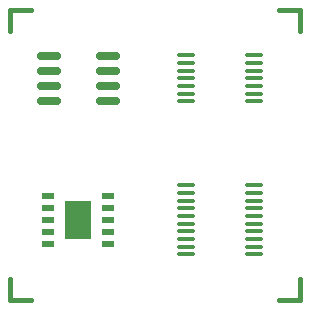
<source format=gtp>
%TF.GenerationSoftware,KiCad,Pcbnew,8.0.4*%
%TF.CreationDate,2025-01-06T14:26:29+00:00*%
%TF.ProjectId,tssop_breakout_stencil,7473736f-705f-4627-9265-616b6f75745f,rev?*%
%TF.SameCoordinates,Original*%
%TF.FileFunction,Paste,Top*%
%TF.FilePolarity,Positive*%
%FSLAX46Y46*%
G04 Gerber Fmt 4.6, Leading zero omitted, Abs format (unit mm)*
G04 Created by KiCad (PCBNEW 8.0.4) date 2025-01-06 14:26:29*
%MOMM*%
%LPD*%
G01*
G04 APERTURE LIST*
G04 Aperture macros list*
%AMRoundRect*
0 Rectangle with rounded corners*
0 $1 Rounding radius*
0 $2 $3 $4 $5 $6 $7 $8 $9 X,Y pos of 4 corners*
0 Add a 4 corners polygon primitive as box body*
4,1,4,$2,$3,$4,$5,$6,$7,$8,$9,$2,$3,0*
0 Add four circle primitives for the rounded corners*
1,1,$1+$1,$2,$3*
1,1,$1+$1,$4,$5*
1,1,$1+$1,$6,$7*
1,1,$1+$1,$8,$9*
0 Add four rect primitives between the rounded corners*
20,1,$1+$1,$2,$3,$4,$5,0*
20,1,$1+$1,$4,$5,$6,$7,0*
20,1,$1+$1,$6,$7,$8,$9,0*
20,1,$1+$1,$8,$9,$2,$3,0*%
G04 Aperture macros list end*
%ADD10C,0.400000*%
%ADD11RoundRect,0.100000X-0.637500X-0.100000X0.637500X-0.100000X0.637500X0.100000X-0.637500X0.100000X0*%
%ADD12R,2.300000X3.200000*%
%ADD13R,1.100000X0.510000*%
%ADD14RoundRect,0.150000X-0.825000X-0.150000X0.825000X-0.150000X0.825000X0.150000X-0.825000X0.150000X0*%
G04 APERTURE END LIST*
D10*
X50200000Y-50200000D02*
X52000000Y-50200000D01*
X50190000Y-74800000D02*
X50190000Y-73000000D01*
X74800000Y-74800000D02*
X73000000Y-74800000D01*
X74800000Y-50200000D02*
X73000000Y-50200000D01*
X74800000Y-50200000D02*
X74800000Y-52000000D01*
X50200000Y-50200000D02*
X50200000Y-52000000D01*
X50190000Y-74800000D02*
X51990000Y-74800000D01*
X74800000Y-74800000D02*
X74800000Y-73000000D01*
D11*
%TO.C,J2*%
X65137500Y-54050000D03*
X65137500Y-54700000D03*
X65137500Y-55350000D03*
X65137500Y-56000000D03*
X65137500Y-56650000D03*
X65137500Y-57300000D03*
X65137500Y-57950000D03*
X70862500Y-57950000D03*
X70862500Y-57300000D03*
X70862500Y-56650000D03*
X70862500Y-56000000D03*
X70862500Y-55350000D03*
X70862500Y-54700000D03*
X70862500Y-54050000D03*
%TD*%
D12*
%TO.C,U1*%
X56000000Y-68000000D03*
D13*
X53450000Y-66000000D03*
X53450000Y-67000000D03*
X53450000Y-68000000D03*
X53450000Y-69000000D03*
X53450000Y-70000000D03*
X58550000Y-70000000D03*
X58550000Y-69000000D03*
X58550000Y-68000000D03*
X58550000Y-67000000D03*
X58550000Y-66000000D03*
%TD*%
D11*
%TO.C,J3*%
X65137500Y-65075000D03*
X65137500Y-65725000D03*
X65137500Y-66375000D03*
X65137500Y-67025000D03*
X65137500Y-67675000D03*
X65137500Y-68325000D03*
X65137500Y-68975000D03*
X65137500Y-69625000D03*
X65137500Y-70275000D03*
X65137500Y-70925000D03*
X70862500Y-70925000D03*
X70862500Y-70275000D03*
X70862500Y-69625000D03*
X70862500Y-68975000D03*
X70862500Y-68325000D03*
X70862500Y-67675000D03*
X70862500Y-67025000D03*
X70862500Y-66375000D03*
X70862500Y-65725000D03*
X70862500Y-65075000D03*
%TD*%
D14*
%TO.C,J1*%
X53525000Y-54095000D03*
X53525000Y-55365000D03*
X53525000Y-56635000D03*
X53525000Y-57905000D03*
X58475000Y-57905000D03*
X58475000Y-56635000D03*
X58475000Y-55365000D03*
X58475000Y-54095000D03*
%TD*%
M02*

</source>
